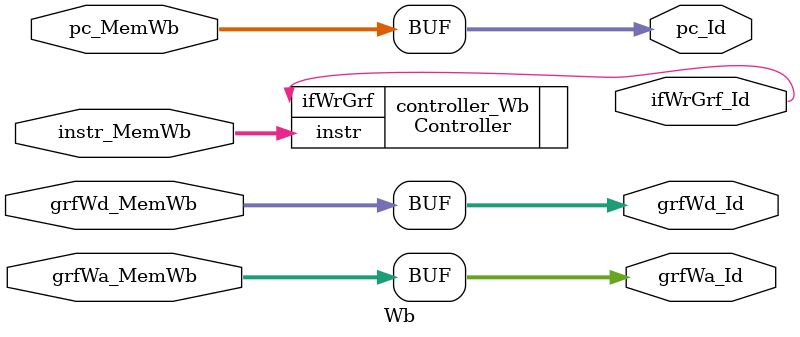
<source format=v>
`timescale 1ns / 1ps
module Wb(
	input [31:0]pc_MemWb,
	input [31:0]instr_MemWb,
	input [4:0]grfWa_MemWb,
	input [31:0]grfWd_MemWb,
	
	output [31:0]pc_Id,
	output [31:0]grfWd_Id,
	output [4:0]grfWa_Id,
	output ifWrGrf_Id
    );
	
	Controller controller_Wb(
		.instr(instr_MemWb),
		
		.ifWrGrf(ifWrGrf_Id)
	);
	
	assign pc_Id = pc_MemWb;
	assign grfWa_Id = grfWa_MemWb;
	assign grfWd_Id = grfWd_MemWb;
	

endmodule

</source>
